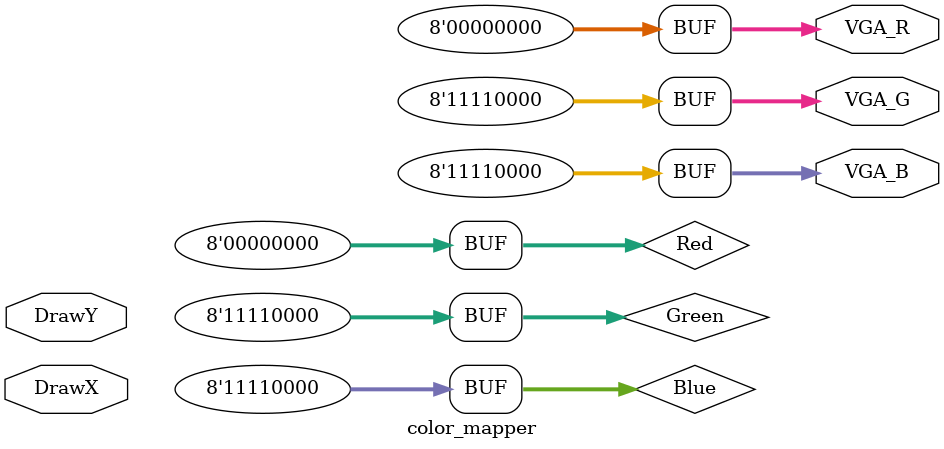
<source format=sv>

module  color_mapper ( 
                       input        [9:0] DrawX, DrawY,
                       output logic [7:0] VGA_R, VGA_G, VGA_B // VGA RGB output
                     );
    
    logic [7:0] Red, Green, Blue;
    
    // Output colors to VGA
    assign VGA_R = Red;
    assign VGA_G = Green;
    assign VGA_B = Blue;

 //    assign tileX = (DrawX - 80) / 30;
 //    assign tileY = DrawY / 30; 
 //    assign state = StateArray [tileX + tileY*16];

	// backgroundROM Background(
	// 	.state(state),
	// 	.read_address(DrawX - 80 - 30*tileX + (DrawY -30*tileY)*30),
	// 	.data_Out(color_out)
	// );


    always_comb begin
        Red = 8'h00;
        Green = 8'hf0;
        Blue = 8'hf0;

    // 	if(DrawX < 80) begin 
    // 		Red = 8'ha9;
 			// Green = 8'h15;
 			// Blue = 8'hf0;
    // 	end

    // 	else if (DrawX > 560) begin 
    // 		Red = 8'h72;
 			// Green = 8'hc8;
 			// Blue = 8'h2f;
    // 	end

    // 	else begin
    // 		case (color_out)
    // 			0: begin 
    // 				Red = 8'ha9;
 			// 		Green = 8'h15;
 			// 		Blue = 8'hf0;
    // 			end
    // 			1: begin 
    // 				Red = 8'h72;
 			// 		Green = 8'hc8;
 			// 		Blue = 8'h2f;
    // 			end
    // 			2: begin 
    // 				Red = 8'h3C;
 			// 		Green = 8'hAB;
 			// 		Blue = 8'hDD;
    // 			end
    // 			3: begin 
    // 				Red = 8'h93;
 			// 		Green = 8'hCF;
 			// 		Blue = 8'h81;
    // 			end
    // 			4: begin 
    // 				Red = 8'h98;
 			// 		Green = 8'hE7;
 			// 		Blue = 8'hD8;
    // 			end
    // 			5: begin 
    // 				Red = 8'h37;
 			// 		Green = 8'hE2;
 			// 		Blue = 8'hD5;
    // 			end
    // 			6: begin 
    // 				Red = 8'h22;
 			// 		Green = 8'hBB;
 			// 		Blue = 8'hE6;
    // 			end
    // 			7: begin 
    // 				Red = 8'hfc;
 			// 		Green = 8'hc6;
 			// 		Blue = 8'h56;
    // 			end
    // 			8: begin 
    // 				Red = 8'ha8;
 			// 		Green = 8'h7C;
 			// 		Blue = 8'h07;
    // 			end
    // 			9: begin 
    // 				Red = 8'hcb;
 			// 		Green = 8'h8C;
 			// 		Blue = 8'h1A;
    // 			end
    // 			10: begin 
    // 				Red = 8'hE7;
 			// 		Green = 8'h89;
 			// 		Blue = 8'h24;
    // 			end
    // 			11: begin 
    // 				Red = 8'hf2;
 			// 		Green = 8'hAB;
 			// 		Blue = 8'h45;
    // 			end
    // 			12: begin 
    // 				Red = 8'ha0;
 			// 		Green = 8'h61;
 			// 		Blue = 8'h1f;
    // 			end
    // 			13: begin 
    // 				Red = 8'h09;
 			// 		Green = 8'h64;
 			// 		Blue = 8'hc8;
    // 			end
    // 			14: begin 
    // 				Red = 8'hfb;
 			// 		Green = 8'hfe;
 			// 		Blue = 8'hf2;
    // 			end
    // 			15: begin 
    // 				Red = 8'h39;
 			// 		Green = 8'h40;
 			// 		Blue = 8'h3a;
    // 			end
    // 		endcase // color_out
    // 	end
    end
// '0xa915f0', '0x72c82f', '0x3CABDD', '0x93CF81', '0x98E7D8', '0x37E2D5', '0x22BBE6', '0xFCC656', '0xA87C07', '0xCB8C1A', '0xE78924', '0xF2AB45', '0xA0611F', '0x0964c8', '0xfbfef2', '0x39403a'

endmodule

</source>
